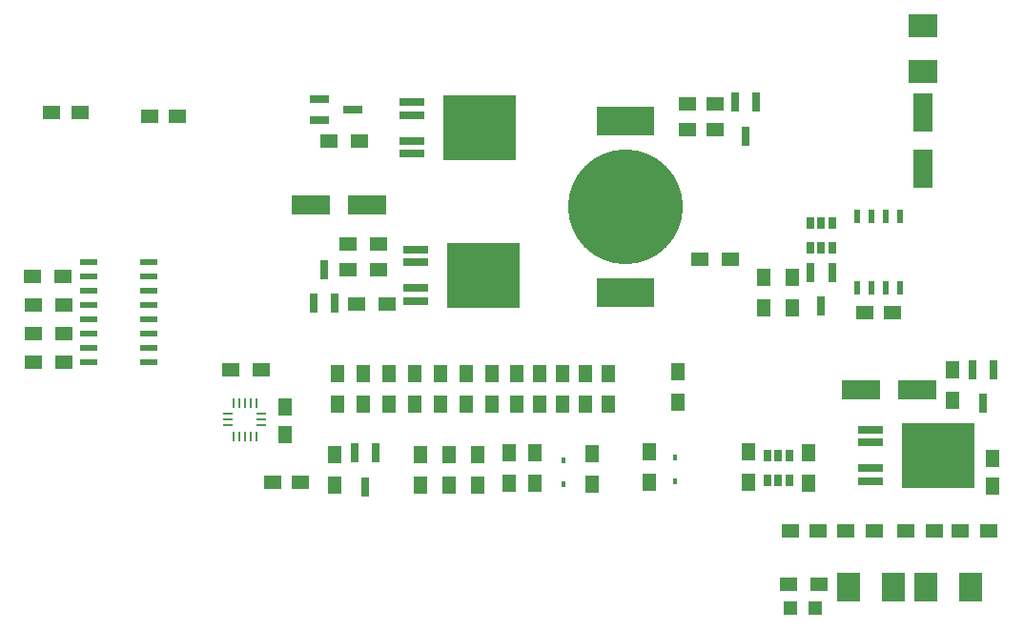
<source format=gbp>
G04 #@! TF.FileFunction,Paste,Bot*
%FSLAX46Y46*%
G04 Gerber Fmt 4.6, Leading zero omitted, Abs format (unit mm)*
G04 Created by KiCad (PCBNEW 4.0.6) date 06/03/17 00:39:33*
%MOMM*%
%LPD*%
G01*
G04 APERTURE LIST*
%ADD10C,0.100000*%
%ADD11R,5.080000X2.540000*%
%ADD12C,10.200000*%
%ADD13R,1.800860X3.500120*%
%ADD14R,1.250000X1.500000*%
%ADD15R,1.500000X1.250000*%
%ADD16R,0.450000X0.590000*%
%ADD17R,2.500000X2.000000*%
%ADD18R,2.000000X2.500000*%
%ADD19R,1.800860X0.800100*%
%ADD20R,0.800100X1.800860*%
%ADD21R,1.300000X1.500000*%
%ADD22R,1.500000X1.300000*%
%ADD23R,2.200000X0.800000*%
%ADD24R,6.400000X5.800000*%
%ADD25R,0.850000X0.250000*%
%ADD26R,0.250000X0.850000*%
%ADD27R,0.650000X1.060000*%
%ADD28R,0.508000X1.143000*%
%ADD29R,1.498600X0.599440*%
%ADD30R,3.500120X1.800860*%
%ADD31R,1.200000X1.200000*%
G04 APERTURE END LIST*
D10*
D11*
X104521000Y-100076000D03*
X104521000Y-84836000D03*
D12*
X104521000Y-92456000D03*
D13*
X130937000Y-84114640D03*
X130937000Y-89113360D03*
D14*
X74295000Y-112756000D03*
X74295000Y-110256000D03*
D15*
X75672000Y-116967000D03*
X73172000Y-116967000D03*
D14*
X137160000Y-117328000D03*
X137160000Y-114828000D03*
D15*
X134259000Y-121285000D03*
X136759000Y-121285000D03*
X131933000Y-121285000D03*
X129433000Y-121285000D03*
X112502000Y-83312000D03*
X110002000Y-83312000D03*
X112502000Y-85598000D03*
X110002000Y-85598000D03*
X128250000Y-101854000D03*
X125750000Y-101854000D03*
X64750000Y-84455000D03*
X62250000Y-84455000D03*
X56094000Y-84074000D03*
X53594000Y-84074000D03*
D16*
X99060000Y-115023000D03*
X99060000Y-117133000D03*
X108966000Y-114769000D03*
X108966000Y-116879000D03*
D17*
X130937000Y-76422500D03*
X130937000Y-80422500D03*
D18*
X131223000Y-126238000D03*
X135223000Y-126238000D03*
D19*
X80319880Y-83835200D03*
X77317600Y-82885200D03*
X77317600Y-84785200D03*
D20*
X77790000Y-98066860D03*
X76840000Y-101069140D03*
X78740000Y-101069140D03*
X115189000Y-86210140D03*
X116139000Y-83207860D03*
X114239000Y-83207860D03*
X81404500Y-117365780D03*
X82354500Y-114363500D03*
X80454500Y-114363500D03*
D21*
X86360000Y-114474000D03*
X86360000Y-117174000D03*
D22*
X78202800Y-86614000D03*
X80902800Y-86614000D03*
X83392000Y-101092000D03*
X80692000Y-101092000D03*
X79930000Y-98044000D03*
X82630000Y-98044000D03*
D21*
X101600000Y-114394000D03*
X101600000Y-117094000D03*
D22*
X79930000Y-95758000D03*
X82630000Y-95758000D03*
D21*
X81250104Y-109990202D03*
X81250104Y-107290202D03*
X88108104Y-109990202D03*
X88108104Y-107290202D03*
X78964104Y-109990202D03*
X78964104Y-107290202D03*
X83536104Y-109990202D03*
X83536104Y-107290202D03*
X85822104Y-109990202D03*
X85822104Y-107290202D03*
X90394104Y-109990202D03*
X90394104Y-107290202D03*
X94859116Y-109990202D03*
X94859116Y-107290202D03*
X100955116Y-109990202D03*
X100955116Y-107290202D03*
X92710000Y-110015000D03*
X92710000Y-107315000D03*
X96891116Y-109990202D03*
X96891116Y-107290202D03*
X98923116Y-109990202D03*
X98923116Y-107290202D03*
X102987116Y-109990202D03*
X102987116Y-107290202D03*
X94234000Y-117047000D03*
X94234000Y-114347000D03*
X96520000Y-114347000D03*
X96520000Y-117047000D03*
D22*
X69469000Y-106934000D03*
X72169000Y-106934000D03*
D21*
X120777000Y-114347000D03*
X120777000Y-117047000D03*
X115443000Y-114220000D03*
X115443000Y-116920000D03*
X133604000Y-106981000D03*
X133604000Y-109681000D03*
X106680000Y-114267000D03*
X106680000Y-116967000D03*
X109220000Y-109808000D03*
X109220000Y-107108000D03*
D22*
X113872000Y-97155000D03*
X111172000Y-97155000D03*
D21*
X91440000Y-117174000D03*
X91440000Y-114474000D03*
X88900000Y-117174000D03*
X88900000Y-114474000D03*
X78740000Y-114474000D03*
X78740000Y-117174000D03*
D22*
X51990000Y-106299000D03*
X54690000Y-106299000D03*
X51990000Y-103759000D03*
X54690000Y-103759000D03*
X51990000Y-101219000D03*
X54690000Y-101219000D03*
X51910000Y-98679000D03*
X54610000Y-98679000D03*
D23*
X85567000Y-84331000D03*
X85567000Y-86611000D03*
X85567000Y-83191000D03*
D24*
X91567000Y-85471000D03*
D23*
X85567000Y-87751000D03*
X85948000Y-97412000D03*
X85948000Y-99692000D03*
X85948000Y-96272000D03*
D24*
X91948000Y-98552000D03*
D23*
X85948000Y-100832000D03*
D25*
X72214000Y-111879000D03*
X72214000Y-111379000D03*
X72214000Y-110879000D03*
D26*
X71739000Y-109904000D03*
X71239000Y-109904000D03*
X70739000Y-109904000D03*
X70239000Y-109904000D03*
X69739000Y-109904000D03*
D25*
X69264000Y-110879000D03*
X69264000Y-111379000D03*
X69264000Y-111879000D03*
D26*
X69739000Y-112854000D03*
X70239000Y-112854000D03*
X70739000Y-112854000D03*
X71239000Y-112854000D03*
X71739000Y-112854000D03*
D27*
X118110000Y-114597000D03*
X119060000Y-114597000D03*
X117160000Y-114597000D03*
X117160000Y-116797000D03*
X118110000Y-116797000D03*
X119060000Y-116797000D03*
D20*
X136271000Y-109959140D03*
X137221000Y-106956860D03*
X135321000Y-106956860D03*
D23*
X126334000Y-113414000D03*
X126334000Y-115694000D03*
X126334000Y-112274000D03*
D24*
X132334000Y-114554000D03*
D23*
X126334000Y-116834000D03*
D27*
X121920000Y-93896000D03*
X122870000Y-93896000D03*
X120970000Y-93896000D03*
X120970000Y-96096000D03*
X121920000Y-96096000D03*
X122870000Y-96096000D03*
D28*
X128905000Y-99695000D03*
X127635000Y-99695000D03*
X126365000Y-99695000D03*
X125095000Y-99695000D03*
X125095000Y-93345000D03*
X126365000Y-93345000D03*
X127635000Y-93345000D03*
X128905000Y-93345000D03*
D29*
X62230000Y-106299000D03*
X62230000Y-105029000D03*
X62230000Y-103759000D03*
X62230000Y-102489000D03*
X62230000Y-101224080D03*
X62230000Y-99954080D03*
X62230000Y-98684080D03*
X62230000Y-97414080D03*
X56835040Y-97414080D03*
X56835040Y-98684080D03*
X56835040Y-99954080D03*
X56835040Y-101224080D03*
X56835040Y-102489000D03*
X56835040Y-103759000D03*
X56835040Y-105029000D03*
X56835040Y-106299000D03*
D30*
X125430280Y-108712000D03*
X130429000Y-108712000D03*
X76621640Y-92329000D03*
X81620360Y-92329000D03*
D20*
X121920000Y-101323140D03*
X122870000Y-98320860D03*
X120970000Y-98320860D03*
D21*
X119380000Y-98726000D03*
X119380000Y-101426000D03*
X116840000Y-101426000D03*
X116840000Y-98726000D03*
D15*
X126599000Y-121285000D03*
X124099000Y-121285000D03*
X121646000Y-121285000D03*
X119146000Y-121285000D03*
D18*
X124365000Y-126238000D03*
X128365000Y-126238000D03*
D22*
X121746000Y-125984000D03*
X119046000Y-125984000D03*
D31*
X121369000Y-128143000D03*
X119169000Y-128143000D03*
M02*

</source>
